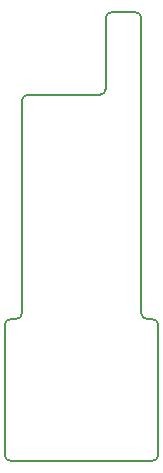
<source format=gbr>
%TF.GenerationSoftware,KiCad,Pcbnew,(6.0.8-1)-1*%
%TF.CreationDate,2022-10-04T12:58:01-04:00*%
%TF.ProjectId,SWD_pogoadapter,5357445f-706f-4676-9f61-646170746572,rev?*%
%TF.SameCoordinates,Original*%
%TF.FileFunction,Profile,NP*%
%FSLAX46Y46*%
G04 Gerber Fmt 4.6, Leading zero omitted, Abs format (unit mm)*
G04 Created by KiCad (PCBNEW (6.0.8-1)-1) date 2022-10-04 12:58:01*
%MOMM*%
%LPD*%
G01*
G04 APERTURE LIST*
%TA.AperFunction,Profile*%
%ADD10C,0.150000*%
%TD*%
G04 APERTURE END LIST*
D10*
%TO.C,J2*%
X142835000Y-97845000D02*
X142835000Y-79845000D01*
X154385000Y-98845000D02*
X154385000Y-109845000D01*
X143335000Y-79345000D02*
X149435000Y-79345000D01*
X149935000Y-78845000D02*
X149935000Y-72845000D01*
X150435000Y-72345000D02*
X152435000Y-72345000D01*
X152935000Y-72845000D02*
X152935000Y-97845000D01*
X141885000Y-98345000D02*
X142335000Y-98345000D01*
X153885000Y-110345000D02*
X141885000Y-110345000D01*
X153435000Y-98345000D02*
X153885000Y-98345000D01*
X141385000Y-109845000D02*
X141385000Y-98845000D01*
X149435000Y-79345000D02*
G75*
G03*
X149935000Y-78845000I0J500000D01*
G01*
X152935000Y-97845000D02*
G75*
G03*
X153435000Y-98345000I500000J0D01*
G01*
X154385000Y-98845000D02*
G75*
G03*
X153885000Y-98345000I-500000J0D01*
G01*
X141885000Y-98345000D02*
G75*
G03*
X141385000Y-98845000I1J-500001D01*
G01*
X152935000Y-72845000D02*
G75*
G03*
X152435000Y-72345000I-500000J0D01*
G01*
X142335000Y-98345000D02*
G75*
G03*
X142835000Y-97845000I-1J500001D01*
G01*
X153885000Y-110345000D02*
G75*
G03*
X154385000Y-109845000I0J500000D01*
G01*
X143335000Y-79345000D02*
G75*
G03*
X142835000Y-79845000I1J-500001D01*
G01*
X150435000Y-72345000D02*
G75*
G03*
X149935000Y-72845000I0J-500000D01*
G01*
X141385000Y-109845000D02*
G75*
G03*
X141885000Y-110345000I500001J1D01*
G01*
%TD*%
M02*

</source>
